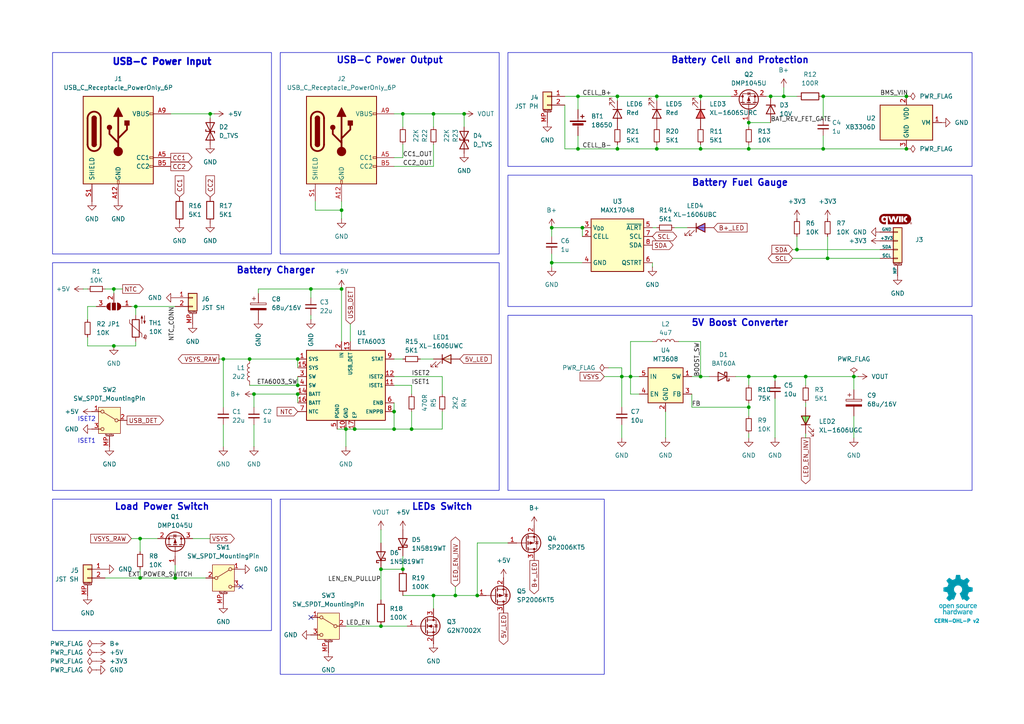
<source format=kicad_sch>
(kicad_sch (version 20250114) (generator "eeschema") (generator_version "9.0")
  (paper "A4")
  (title_block (title "5V UPS with power path management"))
  (text "CERN-OHL-P v2" (at 277.495 180.34 0) (effects (font (size 1.016 1.016) (thickness 0.4) (bold yes))))
  (text "ISET1" (at 25.146 128.016 0) (effects (font (size 1.27 1.27))))
  (text "ISET2" (at 25.146 121.666 0) (effects (font (size 1.27 1.27))))
  (text_box "5V Boost Converter" (at 147.32 91.44 0) (size 134.62 50.8) (margins 0.9525 0.9525 0.9525 0.9525) (effects (font (size 1.905 1.905) (thickness 0.381) (bold yes)) (justify top)))
  (text_box "USB-C Power Output" (at 81.28 15.24 0) (size 63.5 58.42) (margins 0.9525 0.9525 0.9525 0.9525) (effects (font (size 1.905 1.905) (thickness 0.381) (bold yes)) (justify top)))
  (text_box "Battery Fuel Gauge" (at 147.32 50.8 0) (size 134.62 38.1) (margins 0.9525 0.9525 0.9525 0.9525) (effects (font (size 1.905 1.905) (thickness 0.381) (bold yes)) (justify top)))
  (text_box "USB-C Power Input" (at 15.24 15.24 0) (size 63.5 58.42) (margins 1.4288 1.4288 1.4288 1.4288) (effects (font (size 1.905 1.905) (thickness 0.508) (bold yes)) (justify top)))
  (text_box "Battery Cell and Protection" (at 147.32 15.24 0) (size 134.62 33.02) (margins 0.9525 0.9525 0.9525 0.9525) (effects (font (size 1.905 1.905) (thickness 0.381) (bold yes)) (justify top)))
  (text_box "LEDs Switch" (at 81.28 144.78 0) (size 93.98 50.8) (margins 0.9525 0.9525 0.9525 0.9525) (effects (font (size 1.905 1.905) (thickness 0.381) (bold yes)) (justify top)))
  (text_box "Load Power Switch" (at 15.24 144.78 0) (size 63.5 38.1) (margins 0.9525 0.9525 0.9525 0.9525) (effects (font (size 1.905 1.905) (thickness 0.381) (bold yes)) (justify top)))
  (text_box "Battery Charger" (at 15.24 76.2 0) (size 129.54 66.04) (margins 0.9525 0.9525 0.9525 0.9525) (effects (font (size 1.905 1.905) (thickness 0.381) (bold yes)) (justify top)))
  (junction (at 132.08 172.72))
  (junction (at 231.14 72.39))
  (junction (at 116.84 165.1))
  (junction (at 100.33 124.46))
  (junction (at 99.06 60.96))
  (junction (at 33.02 83.82))
  (junction (at 167.64 43.18))
  (junction (at 134.62 33.02))
  (junction (at 110.49 181.61))
  (junction (at 180.34 109.22))
  (junction (at 233.68 109.22))
  (junction (at 64.77 104.14))
  (junction (at 33.02 100.33))
  (junction (at 217.17 118.11))
  (junction (at 125.73 172.72))
  (junction (at 119.38 124.46))
  (junction (at 39.37 88.9))
  (junction (at 72.39 104.14))
  (junction (at 217.17 43.18))
  (junction (at 262.89 27.94))
  (junction (at 168.91 66.04))
  (junction (at 182.88 109.22))
  (junction (at 102.87 124.46))
  (junction (at 190.5 43.18))
  (junction (at 114.3 119.38))
  (junction (at 86.36 114.3))
  (junction (at 179.07 27.94))
  (junction (at 114.3 124.46))
  (junction (at 60.96 33.02))
  (junction (at 125.73 33.02))
  (junction (at 86.36 111.76))
  (junction (at 116.84 33.02))
  (junction (at 238.76 27.94))
  (junction (at 179.07 43.18))
  (junction (at 86.36 104.14))
  (junction (at 99.06 83.82))
  (junction (at 217.17 35.56))
  (junction (at 238.76 43.18))
  (junction (at 203.2 27.94))
  (junction (at 110.49 165.1))
  (junction (at 90.17 83.82))
  (junction (at 240.03 74.93))
  (junction (at 262.89 43.18))
  (junction (at 224.79 109.22))
  (junction (at 190.5 27.94))
  (junction (at 167.64 27.94))
  (junction (at 227.33 27.94))
  (junction (at 138.43 172.72))
  (junction (at 203.2 43.18))
  (junction (at 217.17 109.22))
  (junction (at 50.8 167.64))
  (junction (at 160.02 76.2))
  (junction (at 247.65 109.22))
  (junction (at 40.64 167.64))
  (junction (at 160.02 66.04))
  (junction (at 40.64 156.21))
  (junction (at 203.2 109.22))
  (junction (at 73.66 114.3))
  (junction (at 223.52 27.94))
  (no_connect (at 90.17 179.07))
  (no_connect (at 69.85 170.18))
  (wire (pts (xy 233.68 109.22) (xy 247.65 109.22)))
  (wire (pts (xy 72.39 104.14) (xy 86.36 104.14)))
  (wire (pts (xy 180.34 106.68) (xy 180.34 109.22)))
  (wire (pts (xy 33.02 83.82) (xy 33.02 85.09)))
  (wire (pts (xy 182.88 109.22) (xy 185.42 109.22)))
  (wire (pts (xy 200.66 118.11) (xy 217.17 118.11)))
  (wire (pts (xy 114.3 109.22) (xy 128.27 109.22)))
  (wire (pts (xy 182.88 99.06) (xy 189.23 99.06)))
  (wire (pts (xy 231.14 68.58) (xy 231.14 72.39)))
  (wire (pts (xy 247.65 113.03) (xy 247.65 109.22)))
  (wire (pts (xy 73.66 114.3) (xy 86.36 114.3)))
  (wire (pts (xy 25.4 100.33) (xy 33.02 100.33)))
  (wire (pts (xy 227.33 25.4) (xy 227.33 27.94)))
  (wire (pts (xy 203.2 27.94) (xy 212.09 27.94)))
  (wire (pts (xy 128.27 124.46) (xy 119.38 124.46)))
  (wire (pts (xy 160.02 66.04) (xy 160.02 68.58)))
  (wire (pts (xy 125.73 41.91) (xy 125.73 48.26)))
  (wire (pts (xy 110.49 165.1) (xy 110.49 173.99)))
  (wire (pts (xy 99.06 83.82) (xy 99.06 99.06)))
  (wire (pts (xy 100.33 124.46) (xy 100.33 129.54)))
  (wire (pts (xy 33.02 100.33) (xy 39.37 100.33)))
  (wire (pts (xy 163.83 43.18) (xy 167.64 43.18)))
  (wire (pts (xy 64.77 104.14) (xy 72.39 104.14)))
  (wire (pts (xy 160.02 66.04) (xy 168.91 66.04)))
  (wire (pts (xy 190.5 27.94) (xy 203.2 27.94)))
  (wire (pts (xy 50.8 167.64) (xy 59.69 167.64)))
  (wire (pts (xy 134.62 33.02) (xy 134.62 36.83)))
  (wire (pts (xy 60.96 33.02) (xy 49.53 33.02)))
  (wire (pts (xy 168.91 66.04) (xy 168.91 68.58)))
  (wire (pts (xy 217.17 109.22) (xy 217.17 111.76)))
  (wire (pts (xy 63.5 104.14) (xy 64.77 104.14)))
  (wire (pts (xy 217.17 125.73) (xy 217.17 127)))
  (wire (pts (xy 90.17 91.44) (xy 90.17 92.71)))
  (wire (pts (xy 64.77 104.14) (xy 64.77 118.11)))
  (wire (pts (xy 38.1 156.21) (xy 40.64 156.21)))
  (wire (pts (xy 114.3 33.02) (xy 116.84 33.02)))
  (wire (pts (xy 203.2 109.22) (xy 205.74 109.22)))
  (wire (pts (xy 102.87 124.46) (xy 114.3 124.46)))
  (wire (pts (xy 97.79 124.46) (xy 100.33 124.46)))
  (wire (pts (xy 233.68 125.73) (xy 233.68 127)))
  (wire (pts (xy 238.76 27.94) (xy 238.76 34.29)))
  (wire (pts (xy 101.6 93.98) (xy 101.6 99.06)))
  (wire (pts (xy 40.64 167.64) (xy 50.8 167.64)))
  (wire (pts (xy 40.64 165.1) (xy 40.64 167.64)))
  (wire (pts (xy 114.3 116.84) (xy 114.3 119.38)))
  (wire (pts (xy 90.17 83.82) (xy 90.17 86.36)))
  (wire (pts (xy 116.84 33.02) (xy 116.84 36.83)))
  (wire (pts (xy 203.2 27.94) (xy 203.2 29.21)))
  (wire (pts (xy 167.64 39.37) (xy 167.64 43.18)))
  (wire (pts (xy 55.88 156.21) (xy 60.96 156.21)))
  (wire (pts (xy 110.49 165.1) (xy 116.84 165.1)))
  (wire (pts (xy 91.44 58.42) (xy 91.44 60.96)))
  (wire (pts (xy 167.64 27.94) (xy 167.64 31.75)))
  (wire (pts (xy 196.85 99.06) (xy 203.2 99.06)))
  (wire (pts (xy 128.27 109.22) (xy 128.27 114.3)))
  (wire (pts (xy 125.73 33.02) (xy 125.73 36.83)))
  (wire (pts (xy 73.66 123.19) (xy 73.66 129.54)))
  (wire (pts (xy 99.06 63.5) (xy 99.06 60.96)))
  (wire (pts (xy 203.2 41.91) (xy 203.2 43.18)))
  (wire (pts (xy 39.37 88.9) (xy 50.8 88.9)))
  (wire (pts (xy 25.4 92.71) (xy 25.4 88.9)))
  (wire (pts (xy 240.03 74.93) (xy 255.27 74.93)))
  (wire (pts (xy 185.42 114.3) (xy 182.88 114.3)))
  (wire (pts (xy 203.2 99.06) (xy 203.2 109.22)))
  (wire (pts (xy 180.34 123.19) (xy 180.34 127)))
  (wire (pts (xy 167.64 27.94) (xy 179.07 27.94)))
  (wire (pts (xy 217.17 41.91) (xy 217.17 43.18)))
  (wire (pts (xy 114.3 111.76) (xy 119.38 111.76)))
  (wire (pts (xy 119.38 111.76) (xy 119.38 114.3)))
  (wire (pts (xy 193.04 119.38) (xy 193.04 127)))
  (wire (pts (xy 160.02 76.2) (xy 168.91 76.2)))
  (wire (pts (xy 30.48 83.82) (xy 33.02 83.82)))
  (wire (pts (xy 116.84 172.72) (xy 125.73 172.72)))
  (wire (pts (xy 119.38 124.46) (xy 114.3 124.46)))
  (wire (pts (xy 167.64 43.18) (xy 179.07 43.18)))
  (wire (pts (xy 189.23 66.04) (xy 190.5 66.04)))
  (wire (pts (xy 110.49 181.61) (xy 118.11 181.61)))
  (wire (pts (xy 222.25 27.94) (xy 223.52 27.94)))
  (wire (pts (xy 217.17 35.56) (xy 223.52 35.56)))
  (wire (pts (xy 233.68 109.22) (xy 233.68 111.76)))
  (wire (pts (xy 229.87 74.93) (xy 240.03 74.93)))
  (wire (pts (xy 116.84 33.02) (xy 125.73 33.02)))
  (wire (pts (xy 227.33 27.94) (xy 231.14 27.94)))
  (wire (pts (xy 190.5 27.94) (xy 190.5 29.21)))
  (wire (pts (xy 175.26 109.22) (xy 180.34 109.22)))
  (wire (pts (xy 189.23 76.2) (xy 189.23 77.47)))
  (wire (pts (xy 217.17 118.11) (xy 217.17 120.65)))
  (wire (pts (xy 99.06 58.42) (xy 99.06 60.96)))
  (wire (pts (xy 60.96 33.02) (xy 60.96 34.29)))
  (wire (pts (xy 224.79 109.22) (xy 233.68 109.22)))
  (wire (pts (xy 217.17 116.84) (xy 217.17 118.11)))
  (wire (pts (xy 180.34 109.22) (xy 182.88 109.22)))
  (wire (pts (xy 224.79 115.57) (xy 224.79 127)))
  (wire (pts (xy 25.4 97.79) (xy 25.4 100.33)))
  (wire (pts (xy 138.43 157.48) (xy 138.43 172.72)))
  (wire (pts (xy 163.83 27.94) (xy 167.64 27.94)))
  (wire (pts (xy 50.8 167.64) (xy 50.8 163.83)))
  (wire (pts (xy 203.2 109.22) (xy 200.66 109.22)))
  (wire (pts (xy 64.77 123.19) (xy 64.77 129.54)))
  (wire (pts (xy 247.65 109.22) (xy 248.92 109.22)))
  (wire (pts (xy 163.83 30.48) (xy 163.83 43.18)))
  (wire (pts (xy 217.17 109.22) (xy 224.79 109.22)))
  (wire (pts (xy 100.33 124.46) (xy 102.87 124.46)))
  (wire (pts (xy 114.3 45.72) (xy 116.84 45.72)))
  (wire (pts (xy 25.4 88.9) (xy 27.94 88.9)))
  (wire (pts (xy 179.07 41.91) (xy 179.07 43.18)))
  (wire (pts (xy 160.02 76.2) (xy 160.02 77.47)))
  (wire (pts (xy 40.64 156.21) (xy 45.72 156.21)))
  (wire (pts (xy 238.76 39.37) (xy 238.76 43.18)))
  (wire (pts (xy 190.5 41.91) (xy 190.5 43.18)))
  (wire (pts (xy 121.92 104.14) (xy 125.73 104.14)))
  (wire (pts (xy 147.32 157.48) (xy 138.43 157.48)))
  (wire (pts (xy 190.5 43.18) (xy 203.2 43.18)))
  (wire (pts (xy 217.17 43.18) (xy 238.76 43.18)))
  (wire (pts (xy 116.84 161.29) (xy 116.84 165.1)))
  (wire (pts (xy 233.68 116.84) (xy 233.68 118.11)))
  (wire (pts (xy 179.07 27.94) (xy 190.5 27.94)))
  (wire (pts (xy 203.2 43.18) (xy 217.17 43.18)))
  (wire (pts (xy 74.93 85.09) (xy 74.93 83.82)))
  (wire (pts (xy 182.88 114.3) (xy 182.88 109.22)))
  (wire (pts (xy 182.88 99.06) (xy 182.88 109.22)))
  (wire (pts (xy 247.65 120.65) (xy 247.65 127)))
  (wire (pts (xy 110.49 153.67) (xy 110.49 157.48)))
  (wire (pts (xy 195.58 66.04) (xy 199.39 66.04)))
  (wire (pts (xy 125.73 172.72) (xy 125.73 176.53)))
  (wire (pts (xy 72.39 111.76) (xy 86.36 111.76)))
  (wire (pts (xy 176.53 106.68) (xy 180.34 106.68)))
  (wire (pts (xy 30.48 167.64) (xy 40.64 167.64)))
  (wire (pts (xy 128.27 119.38) (xy 128.27 124.46)))
  (wire (pts (xy 38.1 88.9) (xy 39.37 88.9)))
  (wire (pts (xy 179.07 43.18) (xy 190.5 43.18)))
  (wire (pts (xy 240.03 68.58) (xy 240.03 74.93)))
  (wire (pts (xy 86.36 104.14) (xy 86.36 106.68)))
  (wire (pts (xy 180.34 118.11) (xy 180.34 109.22)))
  (wire (pts (xy 179.07 27.94) (xy 179.07 29.21)))
  (wire (pts (xy 25.4 83.82) (xy 24.13 83.82)))
  (wire (pts (xy 114.3 104.14) (xy 116.84 104.14)))
  (wire (pts (xy 160.02 73.66) (xy 160.02 76.2)))
  (wire (pts (xy 238.76 43.18) (xy 262.89 43.18)))
  (wire (pts (xy 99.06 83.82) (xy 90.17 83.82)))
  (wire (pts (xy 231.14 72.39) (xy 255.27 72.39)))
  (wire (pts (xy 213.36 109.22) (xy 217.17 109.22)))
  (wire (pts (xy 40.64 156.21) (xy 40.64 160.02)))
  (wire (pts (xy 100.33 181.61) (xy 110.49 181.61)))
  (wire (pts (xy 33.02 83.82) (xy 35.56 83.82)))
  (wire (pts (xy 116.84 41.91) (xy 116.84 45.72)))
  (wire (pts (xy 62.23 33.02) (xy 60.96 33.02)))
  (wire (pts (xy 119.38 119.38) (xy 119.38 124.46)))
  (wire (pts (xy 229.87 72.39) (xy 231.14 72.39)))
  (wire (pts (xy 74.93 83.82) (xy 90.17 83.82)))
  (wire (pts (xy 132.08 170.18) (xy 132.08 172.72)))
  (wire (pts (xy 39.37 100.33) (xy 39.37 99.06)))
  (wire (pts (xy 200.66 114.3) (xy 200.66 118.11)))
  (wire (pts (xy 114.3 119.38) (xy 114.3 124.46)))
  (wire (pts (xy 132.08 172.72) (xy 138.43 172.72)))
  (wire (pts (xy 125.73 172.72) (xy 132.08 172.72)))
  (wire (pts (xy 86.36 111.76) (xy 86.36 109.22)))
  (wire (pts (xy 217.17 36.83) (xy 217.17 35.56)))
  (wire (pts (xy 86.36 114.3) (xy 86.36 116.84)))
  (wire (pts (xy 73.66 118.11) (xy 73.66 114.3)))
  (wire (pts (xy 125.73 33.02) (xy 134.62 33.02)))
  (wire (pts (xy 224.79 110.49) (xy 224.79 109.22)))
  (wire (pts (xy 39.37 88.9) (xy 39.37 91.44)))
  (wire (pts (xy 114.3 48.26) (xy 125.73 48.26)))
  (wire (pts (xy 91.44 60.96) (xy 99.06 60.96)))
  (wire (pts (xy 238.76 27.94) (xy 262.89 27.94)))
  (wire (pts (xy 227.33 27.94) (xy 223.52 27.94)))
  (image (at 277.876 172.466) (scale 0.1691))
  (label "ETA6003_SW" (at 86.36 111.76 180))
  (label "ISET1" (at 119.38 111.76 0))
  (label "LED_EN" (at 100.33 181.61 0))
  (label "CC2_OUT" (at 116.84 48.26 0))
  (label "CC1_OUT" (at 116.84 45.72 0))
  (label "BOOST_SW" (at 203.2 109.22 90))
  (label "FB" (at 203.2 118.11 180))
  (label "NTC_CONN" (at 50.8 88.9 270))
  (label "CELL_B-" (at 168.91 43.18 0))
  (label "BAT_REV_FET_GATE" (at 223.52 35.56 0))
  (label "BMS_VIN" (at 255.27 27.94 0))
  (label "ISET2" (at 119.38 109.22 0))
  (label "CELL_B+" (at 168.91 27.94 0))
  (label "EXT_POWER_SWITCH" (at 55.88 167.64 180))
  (label "LEN_EN_PULLUP" (at 110.49 168.91 180))
  (global_label "SDA" (shape output) (at 189.23 71.12 0) (property "Intersheetrefs" "${INTERSHEET_REFS}" (effects (hide yes))))
  (global_label "NTC" (shape output) (at 35.56 83.82 0) (property "Intersheetrefs" "${INTERSHEET_REFS}" (effects (hide yes))))
  (global_label "NTC" (shape input) (at 86.36 119.38 180) (property "Intersheetrefs" "${INTERSHEET_REFS}" (effects (hide yes))))
  (global_label "SDA" (shape input) (at 229.87 72.39 180) (property "Intersheetrefs" "${INTERSHEET_REFS}" (effects (hide yes))))
  (global_label "CC1" (shape input) (at 52.07 57.15 90) (property "Intersheetrefs" "${INTERSHEET_REFS}" (effects (hide yes))))
  (global_label "B+_LED" (shape output) (at 154.94 162.56 270) (property "Intersheetrefs" "${INTERSHEET_REFS}" (effects (hide yes))))
  (global_label "CC1" (shape output) (at 49.53 45.72 0) (property "Intersheetrefs" "${INTERSHEET_REFS}" (effects (hide yes))))
  (global_label "LED_EN_INV" (shape bidirectional) (at 132.08 170.18 90) (property "Intersheetrefs" "${INTERSHEET_REFS}" (effects (hide yes))))
  (global_label "CC2" (shape output) (at 49.53 48.26 0) (property "Intersheetrefs" "${INTERSHEET_REFS}" (effects (hide yes))))
  (global_label "USB_DET" (shape output) (at 36.83 121.92 0) (property "Intersheetrefs" "${INTERSHEET_REFS}" (effects (hide yes))))
  (global_label "VSYS" (shape output) (at 60.96 156.21 0) (property "Intersheetrefs" "${INTERSHEET_REFS}" (effects (hide yes))))
  (global_label "CC2" (shape input) (at 60.96 57.15 90) (property "Intersheetrefs" "${INTERSHEET_REFS}" (effects (hide yes))))
  (global_label "5V_LED" (shape input) (at 133.35 104.14 0) (property "Intersheetrefs" "${INTERSHEET_REFS}" (effects (hide yes))))
  (global_label "USB_DET" (shape input) (at 101.6 93.98 90) (property "Intersheetrefs" "${INTERSHEET_REFS}" (effects (hide yes))))
  (global_label "5V_LED" (shape output) (at 146.05 177.8 270) (property "Intersheetrefs" "${INTERSHEET_REFS}" (effects (hide yes))))
  (global_label "LED_EN_INV" (shape output) (at 233.68 127 270) (property "Intersheetrefs" "${INTERSHEET_REFS}" (effects (hide yes))))
  (global_label "B+_LED" (shape input) (at 207.01 66.04 0) (property "Intersheetrefs" "${INTERSHEET_REFS}" (effects (hide yes))))
  (global_label "VSYS" (shape input) (at 175.26 109.22 180) (property "Intersheetrefs" "${INTERSHEET_REFS}" (effects (hide yes))))
  (global_label "SCL" (shape bidirectional) (at 229.87 74.93 180) (property "Intersheetrefs" "${INTERSHEET_REFS}" (effects (hide yes))))
  (global_label "SCL" (shape bidirectional) (at 189.23 68.58 0) (property "Intersheetrefs" "${INTERSHEET_REFS}" (effects (hide yes))))
  (global_label "VSYS_RAW" (shape output) (at 63.5 104.14 180) (property "Intersheetrefs" "${INTERSHEET_REFS}" (effects (hide yes))))
  (global_label "VSYS_RAW" (shape input) (at 38.1 156.21 180) (property "Intersheetrefs" "${INTERSHEET_REFS}" (effects (hide yes))))
  (symbol (lib_id "electromechanical:SW_SPDT_MountingPin") (at 64.77 167.64 0) (unit 1)
    (property "Reference" "SW1" (at 64.77 158.75 0))
    (property "Value" "SW_SPDT_MountingPin" (at 64.77 161.29 0))
    (property "Footprint" "electromechanical:SW_SPDT_PCM12" (effects (hide yes)))
    (property "Description" "Switch, single pole double throw, with mounting pin" (effects (hide yes)))
    (property "LCSC Part" "C319020" (effects (hide yes)))
  )
  (symbol (lib_id "Device:R_Small") (at 217.17 123.19 0) (unit 1)
    (property "Reference" "R9" (at 219.71 121.9199 0) (effects (justify left)))
    (property "Value" "10K" (at 219.71 124.4599 0) (effects (justify left)))
    (property "Footprint" "Resistor_SMD:R_0603_1608Metric" (effects (hide yes)))
    (property "Description" "Resistor, small symbol" (effects (hide yes)))
    (property "LCSC Part" "C25804" (effects (hide yes)))
  )
  (symbol (lib_id "Device:L") (at 72.39 107.95 0) (mirror y) (unit 1)
    (property "Reference" "L1" (at 71.12 106.6799 0) (effects (justify left)))
    (property "Value" "2u2" (at 71.12 109.2199 0) (effects (justify left)))
    (property "Footprint" "discrete:L_1008_2520Metric" (effects (hide yes)))
    (property "Description" "Inductor" (effects (hide yes)))
    (property "LCSC Part" "C5832372" (effects (hide yes)))
  )
  (symbol (lib_id "discrete:SP2006KT5") (at 152.4 157.48 0) (mirror x) (unit 1)
    (property "Reference" "Q4" (at 158.75 156.2099 0) (effects (justify left)))
    (property "Value" "SP2006KT5" (at 158.75 158.7499 0) (effects (justify left)))
    (property "Footprint" "package:SOT-523" (effects (hide yes)))
    (property "Datasheet" "https://www.lcsc.com/datasheet/lcsc_datasheet_2411212332_Siliup-SP2006KT5_C41355141.pdf" (effects (hide yes)))
    (property "Description" "-0.66A Id, -20V Vds, P-Channel MOSFET, SOT-563" (effects (hide yes)))
    (property "LCSC Part" "C41355141" (effects (hide yes)))
  )
  (symbol (lib_id "power:GND") (at 260.35 80.01 0) (unit 1)
    (property "Reference" "#PWR032" (effects (hide yes)))
    (property "Value" "GND" (at 260.35 85.09 0))
    (property "Description" "Power symbol creates a global label with name \"GND\" , ground" (effects (hide yes)))
  )
  (symbol (lib_id "power:GND") (at 180.34 127 0) (unit 1)
    (property "Reference" "#PWR016" (effects (hide yes)))
    (property "Value" "GND" (at 180.34 132.08 0))
    (property "Description" "Power symbol creates a global label with name \"GND\" , ground" (effects (hide yes)))
  )
  (symbol (lib_id "power:GND") (at 33.02 100.33 0) (unit 1)
    (property "Reference" "#PWR06" (effects (hide yes)))
    (property "Value" "GND" (at 33.02 105.41 0))
    (property "Description" "Power symbol creates a global label with name \"GND\" , ground" (effects (hide yes)))
  )
  (symbol (lib_id "Device:R_Small") (at 119.38 104.14 90) (unit 1)
    (property "Reference" "R15" (at 119.38 99.06 90))
    (property "Value" "5K1" (at 119.38 101.6 90))
    (property "Footprint" "Resistor_SMD:R_0603_1608Metric" (effects (hide yes)))
    (property "Description" "Resistor, small symbol" (effects (hide yes)))
    (property "LCSC Part" "C25905" (effects (hide yes)))
  )
  (symbol (lib_id "Device:C_Small") (at 64.77 120.65 0) (unit 1)
    (property "Reference" "C1" (at 67.31 119.3862 0) (effects (justify left)))
    (property "Value" "22u" (at 67.31 121.9262 0) (effects (justify left)))
    (property "Footprint" "discrete:C_0603_1608Metric" (effects (hide yes)))
    (property "Description" "Unpolarized capacitor, small symbol" (effects (hide yes)))
    (property "LCSC Part" "C86295" (effects (hide yes)))
  )
  (symbol (lib_id "Device:R_Small") (at 193.04 66.04 270) (unit 1)
    (property "Reference" "R14" (at 193.04 60.96 90))
    (property "Value" "5K1" (at 193.04 63.5 90))
    (property "Footprint" "Resistor_SMD:R_0603_1608Metric" (effects (hide yes)))
    (property "Description" "Resistor, small symbol" (effects (hide yes)))
    (property "LCSC Part" "C25905" (effects (hide yes)))
  )
  (symbol (lib_id "Device:C_Small") (at 180.34 120.65 0) (unit 1)
    (property "Reference" "C7" (at 182.88 119.3862 0) (effects (justify left)))
    (property "Value" "10u" (at 182.88 121.9262 0) (effects (justify left)))
    (property "Footprint" "discrete:C_0603_1608Metric" (effects (hide yes)))
    (property "Description" "Unpolarized capacitor, small symbol" (effects (hide yes)))
    (property "LCSC Part" "C22367825" (effects (hide yes)))
  )
  (symbol (lib_id "Device:C_Small") (at 90.17 88.9 0) (unit 1)
    (property "Reference" "C3" (at 92.71 87.6362 0) (effects (justify left)))
    (property "Value" "22u" (at 92.71 90.1762 0) (effects (justify left)))
    (property "Footprint" "discrete:C_0805_2012Metric" (effects (hide yes)))
    (property "Description" "Unpolarized capacitor, small symbol" (effects (hide yes)))
    (property "LCSC Part" "C602037" (effects (hide yes)))
  )
  (symbol (lib_id "power:PWR_FLAG") (at 262.89 43.18 270) (mirror x) (unit 1)
    (property "Reference" "#FLG04" (effects (hide yes)))
    (property "Value" "PWR_FLAG" (at 266.7 43.1799 90) (effects (justify left)))
    (property "Description" "Special symbol for telling ERC where power comes from" (effects (hide yes)))
  )
  (symbol (lib_id "power:+5V") (at 248.92 109.22 270) (unit 1)
    (property "Reference" "#PWR024" (effects (hide yes)))
    (property "Value" "VOUT" (at 252.73 109.2199 90) (effects (justify left)))
    (property "Description" "Power symbol creates a global label with name \"+5V\"" (effects (hide yes)))
  )
  (symbol (lib_id "power:GND") (at 95.25 189.23 0) (mirror y) (unit 1)
    (property "Reference" "#PWR049" (effects (hide yes)))
    (property "Value" "GND" (at 95.25 194.31 0))
    (property "Description" "Power symbol creates a global label with name \"GND\" , ground" (effects (hide yes)))
  )
  (symbol (lib_id "Device:R") (at 116.84 168.91 0) (unit 1)
    (property "Reference" "R19" (at 119.38 167.6399 0) (effects (justify left)))
    (property "Value" "100K" (at 119.38 170.1799 0) (effects (justify left)))
    (property "Footprint" "Resistor_SMD:R_0603_1608Metric" (effects (hide yes)))
    (property "Description" "Resistor" (effects (hide yes)))
    (property "LCSC Part" "C25803" (effects (hide yes)))
  )
  (symbol (lib_id "Device:R_Small") (at 190.5 39.37 0) (unit 1)
    (property "Reference" "R20" (at 193.04 38.0999 0) (effects (justify left)))
    (property "Value" "5K1" (at 193.04 40.6399 0) (effects (justify left)))
    (property "Footprint" "Resistor_SMD:R_0603_1608Metric" (effects (hide yes)))
    (property "Description" "Resistor, small symbol" (effects (hide yes)))
    (property "LCSC Part" "C25905" (effects (hide yes)))
  )
  (symbol (lib_id "power:GND") (at 30.48 165.1 90) (mirror x) (unit 1)
    (property "Reference" "#PWR040" (effects (hide yes)))
    (property "Value" "GND" (at 34.29 165.0999 90) (effects (justify right)))
    (property "Description" "Power symbol creates a global label with name \"GND\" , ground" (effects (hide yes)))
  )
  (symbol (lib_id "power:VCC") (at 116.84 153.67 0) (unit 1)
    (property "Reference" "#PWR059" (effects (hide yes)))
    (property "Value" "+5V" (at 116.84 148.59 0))
    (property "Description" "Power symbol creates a global label with name \"VCC\"" (effects (hide yes)))
  )
  (symbol (lib_id "Device:R_Small") (at 116.84 39.37 0) (mirror y) (unit 1)
    (property "Reference" "R22" (at 123.19 39.37 90))
    (property "Value" "22K" (at 120.65 39.37 90))
    (property "Footprint" "Resistor_SMD:R_0603_1608Metric" (effects (hide yes)))
    (property "Description" "Resistor, small symbol" (effects (hide yes)))
    (property "LCSC Part" "C31850" (effects (hide yes)))
  )
  (symbol (lib_id "Connector_Generic_MountingPin:Conn_01x02_MountingPin") (at 55.88 86.36 0) (unit 1)
    (property "Reference" "J6" (at 58.42 86.7155 0) (effects (justify left)))
    (property "Value" "JST SH" (at 58.42 89.2555 0) (effects (justify left)))
    (property "Footprint" "connector:JST_SH_SM02B-SRSS-TB_1x02-1MP_P1.00mm_Horizontal" (effects (hide yes)))
    (property "Description" "Generic connectable mounting pin connector, single row, 01x02, script generated (kicad-library-utils/schlib/autogen/connector/)" (effects (hide yes)))
    (property "LCSC Part" "C7433423" (effects (hide yes)))
  )
  (symbol (lib_id "power:GND") (at 255.27 67.31 270) (unit 1)
    (property "Reference" "#PWR030" (effects (hide yes)))
    (property "Value" "GND" (at 251.46 67.3099 90) (effects (justify right)))
    (property "Description" "Power symbol creates a global label with name \"GND\" , ground" (effects (hide yes)))
  )
  (symbol (lib_id "power:+5V") (at 110.49 153.67 0) (unit 1)
    (property "Reference" "#PWR027" (effects (hide yes)))
    (property "Value" "VOUT" (at 110.49 148.59 0))
    (property "Description" "Power symbol creates a global label with name \"+5V\"" (effects (hide yes)))
  )
  (symbol (lib_id "Device:D_TVS") (at 60.96 38.1 90) (unit 1)
    (property "Reference" "D2" (at 63.5 36.8299 90) (effects (justify right)))
    (property "Value" "D_TVS" (at 63.5 39.3699 90) (effects (justify right)))
    (property "Footprint" "Diode_SMD:D_SOD-882" (effects (hide yes)))
    (property "Datasheet" "https://www.lcsc.com/datasheet/lcsc_datasheet_2410121943_Nexperia-PESD5V0F1BL-315_C45961.pdf" (effects (hide yes)))
    (property "Description" "Bidirectional transient-voltage-suppression diode" (effects (hide yes)))
    (property "LCSC Part" "C45961" (effects (hide yes)))
  )
  (symbol (lib_id "Device:R_Small") (at 240.03 66.04 0) (unit 1)
    (property "Reference" "R7" (at 242.57 64.7699 0) (effects (justify left)))
    (property "Value" "10K" (at 242.57 67.3099 0) (effects (justify left)))
    (property "Footprint" "Resistor_SMD:R_0603_1608Metric" (effects (hide yes)))
    (property "Description" "Resistor, small symbol" (effects (hide yes)))
    (property "LCSC Part" "C25804" (effects (hide yes)))
  )
  (symbol (lib_id "power:GND") (at 31.75 129.54 0) (mirror y) (unit 1)
    (property "Reference" "#PWR019" (effects (hide yes)))
    (property "Value" "GND" (at 31.75 134.62 0))
    (property "Description" "Power symbol creates a global label with name \"GND\" , ground" (effects (hide yes)))
  )
  (symbol (lib_id "Device:C_Polarized") (at 74.93 88.9 0) (unit 1)
    (property "Reference" "C8" (at 78.74 86.7409 0) (effects (justify left)))
    (property "Value" "68u/16V" (at 78.74 89.2809 0) (effects (justify left)))
    (property "Footprint" "Capacitor_THT:CP_Radial_D6.3mm_P2.50mm" (effects (hide yes)))
    (property "Description" "Polarized capacitor" (effects (hide yes)))
    (property "LCSC Part" "C2976197" (effects (hide yes)))
  )
  (symbol (lib_id "Device:LED") (at 190.5 33.02 270) (unit 1)
    (property "Reference" "LED5" (at 193.04 30.1624 90) (effects (justify left)))
    (property "Value" "Red" (at 193.04 32.7024 90) (effects (justify left)))
    (property "Footprint" "discrete:LED_0603_1608Metric" (effects (hide yes)))
    (property "Description" "Light emitting diode" (effects (hide yes)))
    (property "Sim.Pins" "1=K 2=A" (effects (hide yes)))
    (property "LCSC Part" "C7371906" (effects (hide yes)))
  )
  (symbol (lib_id "Device:R_Small") (at 203.2 39.37 0) (unit 1)
    (property "Reference" "R11" (at 205.74 38.0999 0) (effects (justify left)))
    (property "Value" "5K1" (at 205.74 40.6399 0) (effects (justify left)))
    (property "Footprint" "Resistor_SMD:R_0603_1608Metric" (effects (hide yes)))
    (property "Description" "Resistor, small symbol" (effects (hide yes)))
    (property "LCSC Part" "C25905" (effects (hide yes)))
  )
  (symbol (lib_id "power:GND") (at 50.8 86.36 270) (unit 1)
    (property "Reference" "#PWR041" (effects (hide yes)))
    (property "Value" "GND" (at 46.99 86.3599 90) (effects (justify right)))
    (property "Description" "Power symbol creates a global label with name \"GND\" , ground" (effects (hide yes)))
  )
  (symbol (lib_id "Device:R") (at 234.95 27.94 270) (mirror x) (unit 1)
    (property "Reference" "R12" (at 234.95 21.59 90))
    (property "Value" "100R" (at 234.95 24.13 90))
    (property "Footprint" "Resistor_SMD:R_0603_1608Metric" (effects (hide yes)))
    (property "Description" "Resistor" (effects (hide yes)))
    (property "LCSC Part" "C25076" (effects (hide yes)))
  )
  (symbol (lib_id "Device:C_Polarized") (at 247.65 116.84 0) (unit 1)
    (property "Reference" "C9" (at 251.46 114.6809 0) (effects (justify left)))
    (property "Value" "68u/16V" (at 251.46 117.2209 0) (effects (justify left)))
    (property "Footprint" "Capacitor_THT:CP_Radial_D6.3mm_P2.50mm" (effects (hide yes)))
    (property "Description" "Polarized capacitor" (effects (hide yes)))
    (property "LCSC Part" "C2976197" (effects (hide yes)))
  )
  (symbol (lib_id "Device:R_Small") (at 217.17 39.37 0) (unit 1)
    (property "Reference" "R13" (at 219.71 38.0999 0) (effects (justify left)))
    (property "Value" "10K" (at 219.71 40.6399 0) (effects (justify left)))
    (property "Footprint" "Resistor_SMD:R_0603_1608Metric" (effects (hide yes)))
    (property "Description" "Resistor, small symbol" (effects (hide yes)))
    (property "LCSC Part" "C25804" (effects (hide yes)))
  )
  (symbol (lib_id "connector:USB_C_Receptacle_PowerOnly_6P_DEALON_009") (at 34.29 40.64 0) (unit 1)
    (property "Reference" "J1" (at 34.29 22.86 0))
    (property "Value" "USB_C_Receptacle_PowerOnly_6P" (at 34.29 25.4 0))
    (property "Footprint" "connector:USB_C_Receptacle_GCT_USB4125-xx-x_6P_TopMnt_Horizontal_HandSolder" (effects (hide yes)))
    (property "Datasheet" "https://www.lcsc.com/datasheet/lcsc_datasheet_2410010031_DEALON-USB-TYPE-C-009_C2927029.pdf" (effects (hide yes)))
    (property "Description" "USB Power-Only 6P Type-C Receptacle connector, 5 amps" (effects (hide yes)))
    (property "LCSC Part" "C2927029" (effects (hide yes)))
  )
  (symbol (lib_id "power:GND") (at 100.33 129.54 0) (unit 1)
    (property "Reference" "#PWR013" (effects (hide yes)))
    (property "Value" "GND" (at 100.33 134.62 0))
    (property "Description" "Power symbol creates a global label with name \"GND\" , ground" (effects (hide yes)))
  )
  (symbol (lib_id "power:VCC") (at 146.05 167.64 0) (unit 1)
    (property "Reference" "#PWR058" (effects (hide yes)))
    (property "Value" "+5V" (at 146.05 162.56 0))
    (property "Description" "Power symbol creates a global label with name \"VCC\"" (effects (hide yes)))
  )
  (symbol (lib_id "ic:MAX17048") (at 179.07 71.12 0) (unit 1)
    (property "Reference" "U3" (at 179.07 58.42 0))
    (property "Value" "MAX17048" (at 179.07 60.96 0))
    (property "Footprint" "package:TDFN-8-1EP_2x2mm_P0.5mm_EP0.8x1.2mm" (effects (hide yes)))
    (property "Datasheet" "https://www.analog.com/media/en/technical-documentation/data-sheets/MAX17048-MAX17049.pdf" (effects (hide yes)))
    (property "Description" "3μA 1-Cell Fuel Gauge with ModelGauge, TDFN-8-2x2" (effects (hide yes)))
    (property "LCSC Part" "C2682616" (effects (hide yes)))
  )
  (symbol (lib_id "power:GND") (at 189.23 77.47 0) (unit 1)
    (property "Reference" "#PWR034" (effects (hide yes)))
    (property "Value" "GND" (at 189.23 82.55 0))
    (property "Description" "Power symbol creates a global label with name \"GND\" , ground" (effects (hide yes)))
  )
  (symbol (lib_id "connector:Qwiic") (at 260.35 69.85 0) (unit 1)
    (property "Reference" "J3" (at 265.43 69.5393 0) (effects (justify left)))
    (property "Value" "Qwiic" (effects (hide yes)))
    (property "Footprint" "connector:Qwiic-SMD-horizontal-logo" (effects (hide yes)))
    (property "Datasheet" "https://www.sparkfun.com/qwiic" (effects (hide yes)))
    (property "Description" "Qwiic connector, JST SH 1.0mm 1x04" (effects (hide yes)))
    (property "LCSC Part" "C19270571" (effects (hide yes)))
  )
  (symbol (lib_id "Device:R_Small") (at 125.73 39.37 0) (mirror y) (unit 1)
    (property "Reference" "R23" (at 132.08 39.37 90))
    (property "Value" "22K" (at 129.54 39.37 90))
    (property "Footprint" "Resistor_SMD:R_0603_1608Metric" (effects (hide yes)))
    (property "Description" "Resistor, small symbol" (effects (hide yes)))
    (property "LCSC Part" "C31850" (effects (hide yes)))
  )
  (symbol (lib_id "discrete:G2N7002X") (at 123.19 181.61 0) (unit 1)
    (property "Reference" "Q3" (at 129.54 180.3399 0) (effects (justify left)))
    (property "Value" "G2N7002X" (at 129.54 182.8799 0) (effects (justify left)))
    (property "Footprint" "package:SOT-523" (effects (hide yes)))
    (property "Datasheet" "https://www.lcsc.com/datasheet/lcsc_datasheet_2410121447_GOFORD-G2N7002X_C5258971.pdf" (effects (hide yes)))
    (property "Description" "0.340A Id, 60V Vds, N-Channel MOSFET, SOT-523" (effects (hide yes)))
    (property "LCSC Part" "C5258971" (effects (hide yes)))
  )
  (symbol (lib_id "discrete:XL-1606UBC") (at 203.2 66.04 0) (unit 1)
    (property "Reference" "LED4" (at 201.6125 59.69 0))
    (property "Value" "XL-1606UBC" (at 201.6125 62.23 0))
    (property "Footprint" "discrete:LED_SideEmitter_1.7x1.1mm" (effects (hide yes)))
    (property "Datasheet" "https://www.lcsc.com/datasheet/lcsc_datasheet_2402181506_XINGLIGHT-XL-1606UBC_C965865.pdf" (effects (hide yes)))
    (property "Description" "Light emitting diode, Blue, Side-Emitter package" (effects (hide yes)))
    (property "LCSC Part" "C965865" (effects (hide yes)))
  )
  (symbol (lib_id "power:GND") (at 160.02 77.47 0) (unit 1)
    (property "Reference" "#PWR026" (effects (hide yes)))
    (property "Value" "GND" (at 160.02 82.55 0))
    (property "Description" "Power symbol creates a global label with name \"GND\" , ground" (effects (hide yes)))
  )
  (symbol (lib_id "Device:C_Small") (at 238.76 36.83 0) (unit 1)
    (property "Reference" "C4" (at 241.3 35.5662 0) (effects (justify left)))
    (property "Value" "1u" (at 241.3 38.1062 0) (effects (justify left)))
    (property "Footprint" "discrete:C_0603_1608Metric" (effects (hide yes)))
    (property "Description" "Unpolarized capacitor, small symbol" (effects (hide yes)))
    (property "LCSC Part" "C5199872" (effects (hide yes)))
  )
  (symbol (lib_id "Connector:USB_C_Receptacle_PowerOnly_6P") (at 99.06 40.64 0) (unit 1)
    (property "Reference" "J2" (at 99.06 22.86 0))
    (property "Value" "USB_C_Receptacle_PowerOnly_6P" (at 99.06 25.4 0))
    (property "Footprint" "connector:USB_C_Receptacle_GCT_USB4125-xx-x_6P_TopMnt_Horizontal_HandSolder" (effects (hide yes)))
    (property "Datasheet" "https://www.usb.org/sites/default/files/documents/usb_type-c.zip" (effects (hide yes)))
    (property "Description" "USB Power-Only 6P Type-C Receptacle connector" (effects (hide yes)))
    (property "LCSC Part" "C2927029" (effects (hide yes)))
  )
  (symbol (lib_id "Device:C_Small") (at 73.66 120.65 0) (unit 1)
    (property "Reference" "C2" (at 76.2 119.3862 0) (effects (justify left)))
    (property "Value" "1u" (at 76.2 121.9262 0) (effects (justify left)))
    (property "Footprint" "discrete:C_0603_1608Metric" (effects (hide yes)))
    (property "Description" "Unpolarized capacitor, small symbol" (effects (hide yes)))
    (property "LCSC Part" "C5199872" (effects (hide yes)))
  )
  (symbol (lib_id "power:VCC") (at 99.06 83.82 0) (unit 1)
    (property "Reference" "#PWR046" (effects (hide yes)))
    (property "Value" "+5V" (at 99.06 78.74 0))
    (property "Description" "Power symbol creates a global label with name \"VCC\"" (effects (hide yes)))
  )
  (symbol (lib_id "power:GND") (at 90.17 92.71 0) (unit 1)
    (property "Reference" "#PWR012" (effects (hide yes)))
    (property "Value" "GND" (at 90.1699 96.52 90) (effects (justify right)))
    (property "Description" "Power symbol creates a global label with name \"GND\" , ground" (effects (hide yes)))
  )
  (symbol (lib_id "power:PWR_FLAG") (at 27.94 186.69 90) (unit 1)
    (property "Reference" "#FLG010" (effects (hide yes)))
    (property "Value" "PWR_FLAG" (at 24.13 186.6899 90) (effects (justify left)))
    (property "Description" "Special symbol for telling ERC where power comes from" (effects (hide yes)))
  )
  (symbol (lib_id "power:GND") (at 74.93 92.71 0) (unit 1)
    (property "Reference" "#PWR050" (effects (hide yes)))
    (property "Value" "GND" (at 74.9299 96.52 90) (effects (justify right)))
    (property "Description" "Power symbol creates a global label with name \"GND\" , ground" (effects (hide yes)))
  )
  (symbol (lib_id "power:GND") (at 27.94 194.31 90) (unit 1)
    (property "Reference" "#PWR02" (effects (hide yes)))
    (property "Value" "GND" (at 31.75 194.3099 90) (effects (justify right)))
    (property "Description" "Power symbol creates a global label with name \"GND\" , ground" (effects (hide yes)))
  )
  (symbol (lib_id "power:GND") (at 26.67 124.46 270) (mirror x) (unit 1)
    (property "Reference" "#PWR021" (effects (hide yes)))
    (property "Value" "GND" (at 22.86 124.4599 90) (effects (justify right)))
    (property "Description" "Power symbol creates a global label with name \"GND\" , ground" (effects (hide yes)))
  )
  (symbol (lib_id "Device:R_Small") (at 40.64 162.56 0) (unit 1)
    (property "Reference" "R8" (at 43.18 161.2899 0) (effects (justify left)))
    (property "Value" "10K" (at 43.18 163.8299 0) (effects (justify left)))
    (property "Footprint" "Resistor_SMD:R_0603_1608Metric" (effects (hide yes)))
    (property "Description" "Resistor, small symbol" (effects (hide yes)))
    (property "LCSC Part" "C25804" (effects (hide yes)))
  )
  (symbol (lib_id "power:PWR_FLAG") (at 262.89 27.94 270) (mirror x) (unit 1)
    (property "Reference" "#FLG05" (effects (hide yes)))
    (property "Value" "PWR_FLAG" (at 266.7 27.9399 90) (effects (justify left)))
    (property "Description" "Special symbol for telling ERC where power comes from" (effects (hide yes)))
  )
  (symbol (lib_id "Device:R_Small") (at 231.14 66.04 0) (unit 1)
    (property "Reference" "R6" (at 233.68 64.7699 0) (effects (justify left)))
    (property "Value" "10K" (at 233.68 67.3099 0) (effects (justify left)))
    (property "Footprint" "Resistor_SMD:R_0603_1608Metric" (effects (hide yes)))
    (property "Description" "Resistor, small symbol" (effects (hide yes)))
    (property "LCSC Part" "C25804" (effects (hide yes)))
  )
  (symbol (lib_id "power:VCC") (at 160.02 66.04 0) (unit 1)
    (property "Reference" "#PWR025" (effects (hide yes)))
    (property "Value" "B+" (at 160.02 60.96 0))
    (property "Description" "Power symbol creates a global label with name \"VCC\"" (effects (hide yes)))
  )
  (symbol (lib_id "Device:R_Small") (at 217.17 114.3 0) (unit 1)
    (property "Reference" "R10" (at 219.71 113.0299 0) (effects (justify left)))
    (property "Value" "75K" (at 219.71 115.5699 0) (effects (justify left)))
    (property "Footprint" "Resistor_SMD:R_0603_1608Metric" (effects (hide yes)))
    (property "Description" "Resistor, small symbol" (effects (hide yes)))
    (property "LCSC Part" "C23242" (effects (hide yes)))
  )
  (symbol (lib_id "Connector_Generic_MountingPin:Conn_01x02_MountingPin") (at 25.4 165.1 0) (mirror y) (unit 1)
    (property "Reference" "J5" (at 22.86 165.4555 0) (effects (justify left)))
    (property "Value" "JST SH" (at 22.86 167.9955 0) (effects (justify left)))
    (property "Footprint" "connector:JST_SH_SM02B-SRSS-TB_1x02-1MP_P1.00mm_Horizontal" (effects (hide yes)))
    (property "Description" "Generic connectable mounting pin connector, single row, 01x02, script generated (kicad-library-utils/schlib/autogen/connector/)" (effects (hide yes)))
    (property "LCSC Part" "C7433423" (effects (hide yes)))
  )
  (symbol (lib_id "discrete:SP2006KT5") (at 143.51 172.72 0) (mirror x) (unit 1)
    (property "Reference" "Q5" (at 149.86 171.4499 0) (effects (justify left)))
    (property "Value" "SP2006KT5" (at 149.86 173.9899 0) (effects (justify left)))
    (property "Footprint" "package:SOT-523" (effects (hide yes)))
    (property "Datasheet" "https://www.lcsc.com/datasheet/lcsc_datasheet_2411212332_Siliup-SP2006KT5_C41355141.pdf" (effects (hide yes)))
    (property "Description" "-0.66A Id, -20V Vds, P-Channel MOSFET, SOT-563" (effects (hide yes)))
    (property "LCSC Part" "C41355141" (effects (hide yes)))
  )
  (symbol (lib_id "power:GND") (at 125.73 186.69 0) (unit 1)
    (property "Reference" "#PWR054" (effects (hide yes)))
    (property "Value" "GND" (at 125.73 191.77 0))
    (property "Description" "Power symbol creates a global label with name \"GND\" , ground" (effects (hide yes)))
  )
  (symbol (lib_id "power:GND") (at 247.65 127 0) (unit 1)
    (property "Reference" "#PWR053" (effects (hide yes)))
    (property "Value" "GND" (at 247.65 132.08 0))
    (property "Description" "Power symbol creates a global label with name \"GND\" , ground" (effects (hide yes)))
  )
  (symbol (lib_id "Device:R") (at 110.49 177.8 0) (unit 1)
    (property "Reference" "R18" (at 113.03 176.5299 0) (effects (justify left)))
    (property "Value" "100K" (at 113.03 179.0699 0) (effects (justify left)))
    (property "Footprint" "Resistor_SMD:R_0603_1608Metric" (effects (hide yes)))
    (property "Description" "Resistor" (effects (hide yes)))
    (property "LCSC Part" "C25803" (effects (hide yes)))
  )
  (symbol (lib_id "power:VCC") (at 27.94 189.23 270) (unit 1)
    (property "Reference" "#PWR03" (effects (hide yes)))
    (property "Value" "+5V" (at 31.75 189.2299 90) (effects (justify left)))
    (property "Description" "Power symbol creates a global label with name \"VCC\"" (effects (hide yes)))
  )
  (symbol (lib_id "Device:Battery_Cell") (at 167.64 36.83 0) (unit 1)
    (property "Reference" "BT1" (at 171.45 33.7184 0) (effects (justify left)))
    (property "Value" "18650" (at 171.45 36.2584 0) (effects (justify left)))
    (property "Footprint" "connector:BatteryHolder_1x18650_THT" (effects (hide yes)))
    (property "Description" "Single-cell battery" (effects (hide yes)))
  )
  (symbol (lib_id "Device:R_Small") (at 27.94 83.82 90) (unit 1)
    (property "Reference" "R1" (at 27.94 78.74 90))
    (property "Value" "10K" (at 27.94 81.28 90))
    (property "Footprint" "Resistor_SMD:R_0603_1608Metric" (effects (hide yes)))
    (property "Description" "Resistor, small symbol" (effects (hide yes)))
    (property "LCSC Part" "C25804" (effects (hide yes)))
  )
  (symbol (lib_id "power:GND") (at 64.77 129.54 0) (unit 1)
    (property "Reference" "#PWR01" (effects (hide yes)))
    (property "Value" "GND" (at 64.77 134.62 0))
    (property "Description" "Power symbol creates a global label with name \"GND\" , ground" (effects (hide yes)))
  )
  (symbol (lib_id "power:VCC") (at 27.94 191.77 270) (unit 1)
    (property "Reference" "#PWR042" (effects (hide yes)))
    (property "Value" "+3V3" (at 31.75 191.7699 90) (effects (justify left)))
    (property "Description" "Power symbol creates a global label with name \"VCC\"" (effects (hide yes)))
  )
  (symbol (lib_id "Device:D_Zener") (at 223.52 31.75 270) (unit 1)
    (property "Reference" "D3" (at 226.06 30.4799 90) (effects (justify left)))
    (property "Value" "10V" (at 226.06 33.0199 90) (effects (justify left)))
    (property "Footprint" "package:D_SOD-523" (effects (hide yes)))
    (property "Description" "Zener diode" (effects (hide yes)))
    (property "LCSC Part" "C2832579" (effects (hide yes)))
  )
  (symbol (lib_id "discrete:1N5819WT") (at 110.49 161.29 90) (unit 1)
    (property "Reference" "D6" (at 113.03 160.3374 90) (effects (justify right)))
    (property "Value" "1N5819WT" (at 113.03 162.8774 90) (effects (justify right)))
    (property "Footprint" "package:D_SOD-523" (effects (hide yes)))
    (property "Datasheet" "https://www.lcsc.com/datasheet/lcsc_datasheet_2403011756_JSMSEMI-1N5819WT_C20754784.pdf" (effects (hide yes)))
    (property "Description" "40V 600mV@200mA 350mA SOD-523 Schottky Barrier Diodes, SOD-523" (effects (hide yes)))
    (property "LCSC Part" "C20754784" (effects (hide yes)))
  )
  (symbol (lib_id "power:GND") (at 193.04 127 0) (unit 1)
    (property "Reference" "#PWR017" (effects (hide yes)))
    (property "Value" "GND" (at 193.04 132.08 0))
    (property "Description" "Power symbol creates a global label with name \"GND\" , ground" (effects (hide yes)))
  )
  (symbol (lib_id "power:PWR_FLAG") (at 247.65 109.22 0) (unit 1)
    (property "Reference" "#FLG08" (effects (hide yes)))
    (property "Value" "PWR_FLAG" (at 247.65 104.14 0))
    (property "Description" "Special symbol for telling ERC where power comes from" (effects (hide yes)))
  )
  (symbol (lib_id "Device:LED") (at 179.07 33.02 270) (unit 1)
    (property "Reference" "LED6" (at 181.61 30.1624 90) (effects (justify left)))
    (property "Value" "Red" (at 181.61 32.7024 90) (effects (justify left)))
    (property "Footprint" "discrete:LED_0603_1608Metric" (effects (hide yes)))
    (property "Description" "Light emitting diode" (effects (hide yes)))
    (property "Sim.Pins" "1=K 2=A" (effects (hide yes)))
    (property "LCSC Part" "C7371906" (effects (hide yes)))
  )
  (symbol (lib_id "power:+5V") (at 134.62 33.02 270) (unit 1)
    (property "Reference" "#PWR037" (effects (hide yes)))
    (property "Value" "VOUT" (at 138.43 33.0199 90) (effects (justify left)))
    (property "Description" "Power symbol creates a global label with name \"+5V\"" (effects (hide yes)))
  )
  (symbol (lib_id "Device:C_Small") (at 224.79 113.03 0) (unit 1)
    (property "Reference" "C5" (at 227.33 111.7662 0) (effects (justify left)))
    (property "Value" "10u" (at 227.33 114.3062 0) (effects (justify left)))
    (property "Footprint" "discrete:C_0603_1608Metric" (effects (hide yes)))
    (property "Description" "Unpolarized capacitor, small symbol" (effects (hide yes)))
    (property "LCSC Part" "C22367825" (effects (hide yes)))
  )
  (symbol (lib_id "power:VCC") (at 227.33 25.4 0) (unit 1)
    (property "Reference" "#PWR035" (effects (hide yes)))
    (property "Value" "B+" (at 227.33 20.32 0))
    (property "Description" "Power symbol creates a global label with name \"VCC\"" (effects (hide yes)))
  )
  (symbol (lib_id "power:VCC") (at 26.67 119.38 90) (mirror x) (unit 1)
    (property "Reference" "#PWR020" (effects (hide yes)))
    (property "Value" "+5V" (at 22.86 119.3799 90) (effects (justify left)))
    (property "Description" "Power symbol creates a global label with name \"VCC\"" (effects (hide yes)))
  )
  (symbol (lib_id "power:GND") (at 73.66 129.54 0) (unit 1)
    (property "Reference" "#PWR07" (effects (hide yes)))
    (property "Value" "GND" (at 73.66 134.62 0))
    (property "Description" "Power symbol creates a global label with name \"GND\" , ground" (effects (hide yes)))
  )
  (symbol (lib_id "power:PWR_FLAG") (at 27.94 191.77 90) (unit 1)
    (property "Reference" "#FLG03" (effects (hide yes)))
    (property "Value" "PWR_FLAG" (at 24.13 191.7699 90) (effects (justify left)))
    (property "Description" "Special symbol for telling ERC where power comes from" (effects (hide yes)))
  )
  (symbol (lib_id "Device:R") (at 52.07 60.96 0) (unit 1)
    (property "Reference" "R16" (at 54.61 59.6899 0) (effects (justify left)))
    (property "Value" "5K1" (at 54.61 62.2299 0) (effects (justify left)))
    (property "Footprint" "Resistor_SMD:R_0603_1608Metric" (effects (hide yes)))
    (property "Description" "Resistor" (effects (hide yes)))
    (property "LCSC Part" "C25905" (effects (hide yes)))
  )
  (symbol (lib_id "power:VCC") (at 231.14 63.5 0) (unit 1)
    (property "Reference" "#PWR028" (effects (hide yes)))
    (property "Value" "+3V3" (at 231.14 58.42 0))
    (property "Description" "Power symbol creates a global label with name \"VCC\"" (effects (hide yes)))
  )
  (symbol (lib_id "power:GND") (at 34.29 58.42 0) (unit 1)
    (property "Reference" "#PWR05" (effects (hide yes)))
    (property "Value" "GND" (at 34.29 63.5 0))
    (property "Description" "Power symbol creates a global label with name \"GND\" , ground" (effects (hide yes)))
  )
  (symbol (lib_id "power:GND") (at 224.79 127 0) (unit 1)
    (property "Reference" "#PWR022" (effects (hide yes)))
    (property "Value" "GND" (at 224.79 132.08 0))
    (property "Description" "Power symbol creates a global label with name \"GND\" , ground" (effects (hide yes)))
  )
  (symbol (lib_id "power:VCC") (at 27.94 186.69 270) (unit 1)
    (property "Reference" "#PWR043" (effects (hide yes)))
    (property "Value" "B+" (at 31.75 186.6899 90) (effects (justify left)))
    (property "Description" "Power symbol creates a global label with name \"VCC\"" (effects (hide yes)))
  )
  (symbol (lib_id "power:GND") (at 52.07 64.77 0) (unit 1)
    (property "Reference" "#PWR08" (effects (hide yes)))
    (property "Value" "GND" (at 52.07 69.85 0))
    (property "Description" "Power symbol creates a global label with name \"GND\" , ground" (effects (hide yes)))
  )
  (symbol (lib_id "ic:XB3306D") (at 262.89 35.56 0) (mirror y) (unit 1)
    (property "Reference" "U2" (at 254 34.2899 0) (effects (justify left)))
    (property "Value" "XB3306D" (at 254 36.8299 0) (effects (justify left)))
    (property "Footprint" "Package_TO_SOT_SMD:SOT-23" (effects (hide yes)))
    (property "Datasheet" "https://www.lcsc.com/datasheet/lcsc_datasheet_2106062206_XySemi-XB3306D_C2759992.pdf" (effects (hide yes)))
    (property "Description" "Li+ Battery Protection IC for Single Cell Pack, SOT-23" (effects (hide yes)))
    (property "LCSC Part" "C2759992" (effects (hide yes)))
    (property "JLCPCB_CORRECTION" "0; 0; 180" (effects (hide yes)))
  )
  (symbol (lib_id "Device:R_Small") (at 119.38 116.84 0) (mirror y) (unit 1)
    (property "Reference" "R5" (at 125.73 116.84 90))
    (property "Value" "470R" (at 123.19 116.84 90))
    (property "Footprint" "Resistor_SMD:R_0603_1608Metric" (effects (hide yes)))
    (property "Description" "Resistor, small symbol" (effects (hide yes)))
    (property "LCSC Part" "C23179" (effects (hide yes)))
  )
  (symbol (lib_id "power:VCC") (at 24.13 83.82 90) (unit 1)
    (property "Reference" "#PWR047" (effects (hide yes)))
    (property "Value" "+5V" (at 20.32 83.8199 90) (effects (justify left)))
    (property "Description" "Power symbol creates a global label with name \"VCC\"" (effects (hide yes)))
  )
  (symbol (lib_id "power:GND") (at 60.96 41.91 0) (unit 1)
    (property "Reference" "#PWR044" (effects (hide yes)))
    (property "Value" "GND" (at 60.96 46.99 0))
    (property "Description" "Power symbol creates a global label with name \"GND\" , ground" (effects (hide yes)))
  )
  (symbol (lib_id "power:VCC") (at 62.23 33.02 270) (unit 1)
    (property "Reference" "#PWR014" (effects (hide yes)))
    (property "Value" "+5V" (at 66.04 33.0199 90) (effects (justify left)))
    (property "Description" "Power symbol creates a global label with name \"VCC\"" (effects (hide yes)))
  )
  (symbol (lib_id "power:GND") (at 55.88 93.98 0) (unit 1)
    (property "Reference" "#PWR038" (effects (hide yes)))
    (property "Value" "GND" (at 55.88 99.06 0))
    (property "Description" "Power symbol creates a global label with name \"GND\" , ground" (effects (hide yes)))
  )
  (symbol (lib_id "power:GND") (at 60.96 64.77 0) (unit 1)
    (property "Reference" "#PWR010" (effects (hide yes)))
    (property "Value" "GND" (at 60.96 69.85 0))
    (property "Description" "Power symbol creates a global label with name \"GND\" , ground" (effects (hide yes)))
  )
  (symbol (lib_id "discrete:XL-1606SURC") (at 203.2 33.02 270) (unit 1)
    (property "Reference" "LED3" (at 205.74 30.1624 90) (effects (justify left)))
    (property "Value" "XL-1606SURC" (at 205.74 32.7024 90) (effects (justify left)))
    (property "Footprint" "discrete:LED_SideEmitter_1.7x1.1mm" (effects (hide yes)))
    (property "Datasheet" "https://www.lcsc.com/datasheet/lcsc_datasheet_2410121310_XINGLIGHT-XL-1606SURC_C965860.pdf" (effects (hide yes)))
    (property "Description" "Light emitting diode, Red, Side-Emitter package" (effects (hide yes)))
    (property "LCSC Part" "C965860" (effects (hide yes)))
  )
  (symbol (lib_id "Device:L") (at 193.04 99.06 90) (unit 1)
    (property "Reference" "L2" (at 193.04 93.98 90))
    (property "Value" "4u7" (at 193.04 96.52 90))
    (property "Footprint" "discrete:L_1008_2520Metric" (effects (hide yes)))
    (property "Datasheet" "https://www.lcsc.com/datasheet/lcsc_datasheet_2406281529_XR-XRTC252010S4R7MBCA_C22471106.pdf" (effects (hide yes)))
    (property "Description" "Inductor" (effects (hide yes)))
    (property "LCSC Part" "C22471106" (effects (hide yes)))
  )
  (symbol (lib_id "power:VCC") (at 73.66 114.3 90) (unit 1)
    (property "Reference" "#PWR036" (effects (hide yes)))
    (property "Value" "B+" (at 69.85 114.2999 90) (effects (justify left)))
    (property "Description" "Power symbol creates a global label with name \"VCC\"" (effects (hide yes)))
  )
  (symbol (lib_id "discrete:1N5819WT") (at 116.84 157.48 90) (unit 1)
    (property "Reference" "D5" (at 119.38 156.5274 90) (effects (justify right)))
    (property "Value" "1N5819WT" (at 119.38 159.0674 90) (effects (justify right)))
    (property "Footprint" "package:D_SOD-523" (effects (hide yes)))
    (property "Datasheet" "https://www.lcsc.com/datasheet/lcsc_datasheet_2403011756_JSMSEMI-1N5819WT_C20754784.pdf" (effects (hide yes)))
    (property "Description" "40V 600mV@200mA 350mA SOD-523 Schottky Barrier Diodes, SOD-523" (effects (hide yes)))
    (property "LCSC Part" "C20754784" (effects (hide yes)))
  )
  (symbol (lib_id "electromechanical:SW_SPDT_MountingPin") (at 95.25 181.61 0) (mirror y) (unit 1)
    (property "Reference" "SW3" (at 95.25 172.72 0))
    (property "Value" "SW_SPDT_MountingPin" (at 95.25 175.26 0))
    (property "Footprint" "electromechanical:SW_SPDT_PCM12" (effects (hide yes)))
    (property "Description" "Switch, single pole double throw, with mounting pin" (effects (hide yes)))
    (property "LCSC Part" "C319020" (effects (hide yes)))
  )
  (symbol (lib_id "Diode:BAT60A") (at 209.55 109.22 180) (unit 1)
    (property "Reference" "D1" (at 209.8675 102.87 0))
    (property "Value" "BAT60A" (at 209.8675 105.41 0))
    (property "Footprint" "package:D_SOD-323" (effects (hide yes)))
    (property "Datasheet" "https://www.infineon.com/dgdl/Infineon-BAT60ASERIES-DS-v01_01-en.pdf?fileId=db3a304313d846880113def70c9304a9" (effects (hide yes)))
    (property "Description" "10V 3A High Current Recitifier Schottky Diode, SOD-323" (effects (hide yes)))
    (property "LCSC Part" "C7502695" (effects (hide yes)))
  )
  (symbol (lib_id "discrete:XL-1606UWC") (at 129.54 104.14 0) (unit 1)
    (property "Reference" "LED1" (at 127.9525 97.79 0))
    (property "Value" "XL-1606UWC" (at 127.9525 100.33 0))
    (property "Footprint" "discrete:LED_SideEmitter_1.7x1.1mm" (effects (hide yes)))
    (property "Datasheet" "https://www.lcsc.com/datasheet/lcsc_datasheet_2402181506_XINGLIGHT-XL-1606UWC_C965866.pdf" (effects (hide yes)))
    (property "Description" "Light emitting diode, White, Side-Emitter package" (effects (hide yes)))
    (property "LCSC Part" "C965866" (effects (hide yes)))
  )
  (symbol (lib_id "power:GND") (at 26.67 58.42 0) (unit 1)
    (property "Reference" "#PWR04" (effects (hide yes)))
    (property "Value" "GND" (at 26.67 63.5 0))
    (property "Description" "Power symbol creates a global label with name \"GND\" , ground" (effects (hide yes)))
  )
  (symbol (lib_id "ic:ETA6003") (at 100.33 111.76 0) (unit 1)
    (property "Reference" "U1" (at 103.5686 96.52 0) (effects (justify left)))
    (property "Value" "ETA6003" (at 103.5686 99.06 0) (effects (justify left)))
    (property "Footprint" "package:QFN-16-1EP_3x3mm_P0.5mm_EP1.7x1.7mm_ThermalVias_ETA6003" (effects (hide yes)))
    (property "Datasheet" "https://www.lcsc.com/datasheet/lcsc_datasheet_2304131730_etasolution-ETA6003Q3Q_C5455585.pdf" (effects (hide yes)))
    (property "Description" "2.5A, 3MHz Switching Charger with Dynamic Power Path Management" (effects (hide yes)))
    (property "LCSC Part" "C5455585" (effects (hide yes)))
  )
  (symbol (lib_id "Device:R_Small") (at 128.27 116.84 0) (mirror y) (unit 1)
    (property "Reference" "R4" (at 134.62 116.84 90))
    (property "Value" "2K2" (at 132.08 116.84 90))
    (property "Footprint" "Resistor_SMD:R_0603_1608Metric" (effects (hide yes)))
    (property "Description" "Resistor, small symbol" (effects (hide yes)))
    (property "LCSC Part" "C4190" (effects (hide yes)))
  )
  (symbol (lib_id "discrete:DMP1045U") (at 217.17 30.48 90) (unit 1)
    (property "Reference" "Q2" (at 217.17 21.59 90))
    (property "Value" "DMP1045U" (at 217.17 24.13 90))
    (property "Footprint" "Package_TO_SOT_SMD:SOT-23" (effects (hide yes)))
    (property "Datasheet" "https://www.diodes.com/assets/Datasheets/DMP1045U.pdf" (effects (hide yes)))
    (property "Description" "-4.0A Id, -12V Vds, P-Channel MOSFET, SOT-23" (effects (hide yes)))
    (property "LCSC Part" "C177033" (effects (hide yes)))
  )
  (symbol (lib_id "power:GND") (at 134.62 44.45 0) (unit 1)
    (property "Reference" "#PWR045" (effects (hide yes)))
    (property "Value" "GND" (at 134.62 49.53 0))
    (property "Description" "Power symbol creates a global label with name \"GND\" , ground" (effects (hide yes)))
  )
  (symbol (lib_id "ic:MT3608") (at 193.04 111.76 0) (unit 1)
    (property "Reference" "U4" (at 193.04 101.6 0))
    (property "Value" "MT3608" (at 193.04 104.14 0))
    (property "Footprint" "Package_TO_SOT_SMD:SOT-23-6" (effects (hide yes)))
    (property "Datasheet" "https://www.olimex.com/Products/Breadboarding/BB-PWR-3608/resources/MT3608.pdf" (effects (hide yes)))
    (property "Description" "High Efficiency 1.2MHz 2A Step Up Converter, 2-24V Vin, 28V Vout, 4A current limit, 1.2MHz, SOT23-6" (effects (hide yes)))
    (property "LCSC Part" "C84817" (effects (hide yes)))
  )
  (symbol (lib_id "Device:R_Small") (at 233.68 114.3 0) (unit 1)
    (property "Reference" "R3" (at 236.22 113.0299 0) (effects (justify left)))
    (property "Value" "5K1" (at 236.22 115.5699 0) (effects (justify left)))
    (property "Footprint" "Resistor_SMD:R_0603_1608Metric" (effects (hide yes)))
    (property "Description" "Resistor, small symbol" (effects (hide yes)))
    (property "LCSC Part" "C23186" (effects (hide yes)))
  )
  (symbol (lib_id "Device:D_TVS") (at 134.62 40.64 90) (unit 1)
    (property "Reference" "D4" (at 137.16 39.3699 90) (effects (justify right)))
    (property "Value" "D_TVS" (at 137.16 41.9099 90) (effects (justify right)))
    (property "Footprint" "Diode_SMD:D_SOD-882" (effects (hide yes)))
    (property "Datasheet" "https://www.lcsc.com/datasheet/lcsc_datasheet_2410121943_Nexperia-PESD5V0F1BL-315_C45961.pdf" (effects (hide yes)))
    (property "Description" "Bidirectional transient-voltage-suppression diode" (effects (hide yes)))
    (property "LCSC Part" "C45961" (effects (hide yes)))
  )
  (symbol (lib_id "power:VCC") (at 154.94 152.4 0) (unit 1)
    (property "Reference" "#PWR057" (effects (hide yes)))
    (property "Value" "B+" (at 154.94 147.32 0))
    (property "Description" "Power symbol creates a global label with name \"VCC\"" (effects (hide yes)))
  )
  (symbol (lib_id "power:GND") (at 158.75 35.56 0) (unit 1)
    (property "Reference" "#PWR033" (effects (hide yes)))
    (property "Value" "GND" (at 158.75 40.64 0))
    (property "Description" "Power symbol creates a global label with name \"GND\" , ground" (effects (hide yes)))
  )
  (symbol (lib_id "Connector_Generic_MountingPin:Conn_01x02_MountingPin") (at 158.75 27.94 0) (mirror y) (unit 1)
    (property "Reference" "J4" (at 156.21 28.2955 0) (effects (justify left)))
    (property "Value" "JST PH" (at 156.21 30.8355 0) (effects (justify left)))
    (property "Footprint" "connector:JST_PH_S2B-PH-SM4-TB_1x02-1MP_P2.00mm_Horizontal" (effects (hide yes)))
    (property "Description" "Generic connectable mounting pin connector, single row, 01x02, script generated (kicad-library-utils/schlib/autogen/connector/)" (effects (hide yes)))
    (property "LCSC Part" "C18221575" (effects (hide yes)))
  )
  (symbol (lib_id "power:PWR_FLAG") (at 27.94 194.31 90) (unit 1)
    (property "Reference" "#FLG02" (effects (hide yes)))
    (property "Value" "PWR_FLAG" (at 24.13 194.3099 90) (effects (justify left)))
    (property "Description" "Special symbol for telling ERC where power comes from" (effects (hide yes)))
  )
  (symbol (lib_id "power:GND") (at 217.17 127 0) (unit 1)
    (property "Reference" "#PWR018" (effects (hide yes)))
    (property "Value" "GND" (at 217.17 132.08 0))
    (property "Description" "Power symbol creates a global label with name \"GND\" , ground" (effects (hide yes)))
  )
  (symbol (lib_id "power:PWR_FLAG") (at 27.94 189.23 90) (unit 1)
    (property "Reference" "#FLG09" (effects (hide yes)))
    (property "Value" "PWR_FLAG" (at 24.13 189.2299 90) (effects (justify left)))
    (property "Description" "Special symbol for telling ERC where power comes from" (effects (hide yes)))
  )
  (symbol (lib_id "power:GND") (at 64.77 175.26 0) (unit 1)
    (property "Reference" "#PWR052" (effects (hide yes)))
    (property "Value" "GND" (at 64.77 180.34 0))
    (property "Description" "Power symbol creates a global label with name \"GND\" , ground" (effects (hide yes)))
  )
  (symbol (lib_id "power:VCC") (at 240.03 63.5 0) (unit 1)
    (property "Reference" "#PWR029" (effects (hide yes)))
    (property "Value" "+3V3" (at 240.03 58.42 0))
    (property "Description" "Power symbol creates a global label with name \"VCC\"" (effects (hide yes)))
  )
  (symbol (lib_id "power:VCC") (at 255.27 69.85 90) (unit 1)
    (property "Reference" "#PWR031" (effects (hide yes)))
    (property "Value" "+3V3" (at 251.46 69.8499 90) (effects (justify left)))
    (property "Description" "Power symbol creates a global label with name \"VCC\"" (effects (hide yes)))
  )
  (symbol (lib_id "discrete:DMP1045U") (at 50.8 158.75 270) (mirror x) (unit 1)
    (property "Reference" "Q1" (at 50.8 149.86 90))
    (property "Value" "DMP1045U" (at 50.8 152.4 90))
    (property "Footprint" "Package_TO_SOT_SMD:SOT-23" (effects (hide yes)))
    (property "Datasheet" "https://www.diodes.com/assets/Datasheets/DMP1045U.pdf" (effects (hide yes)))
    (property "Description" "-4.0A Id, -12V Vds, P-Channel MOSFET, SOT-23" (effects (hide yes)))
    (property "LCSC Part" "C177033" (effects (hide yes)))
  )
  (symbol (lib_id "power:GND") (at 69.85 165.1 90) (unit 1)
    (property "Reference" "#PWR015" (effects (hide yes)))
    (property "Value" "GND" (at 73.66 165.0999 90) (effects (justify right)))
    (property "Description" "Power symbol creates a global label with name \"GND\" , ground" (effects (hide yes)))
  )
  (symbol (lib_id "power:GND") (at 99.06 63.5 0) (unit 1)
    (property "Reference" "#PWR011" (effects (hide yes)))
    (property "Value" "GND" (at 99.06 68.58 0))
    (property "Description" "Power symbol creates a global label with name \"GND\" , ground" (effects (hide yes)))
  )
  (symbol (lib_id "Device:R_Small") (at 179.07 39.37 0) (unit 1)
    (property "Reference" "R21" (at 181.61 38.0999 0) (effects (justify left)))
    (property "Value" "5K1" (at 181.61 40.6399 0) (effects (justify left)))
    (property "Footprint" "Resistor_SMD:R_0603_1608Metric" (effects (hide yes)))
    (property "Description" "Resistor, small symbol" (effects (hide yes)))
    (property "LCSC Part" "C25905" (effects (hide yes)))
  )
  (symbol (lib_id "power:PWR_FLAG") (at 176.53 106.68 90) (unit 1)
    (property "Reference" "#FLG07" (effects (hide yes)))
    (property "Value" "PWR_FLAG" (at 172.72 106.6799 90) (effects (justify left)))
    (property "Description" "Special symbol for telling ERC where power comes from" (effects (hide yes)))
  )
  (symbol (lib_id "Device:C_Small") (at 160.02 71.12 0) (unit 1)
    (property "Reference" "C6" (at 162.56 69.8562 0) (effects (justify left)))
    (property "Value" "1u" (at 162.56 72.3962 0) (effects (justify left)))
    (property "Footprint" "discrete:C_0603_1608Metric" (effects (hide yes)))
    (property "Description" "Unpolarized capacitor, small symbol" (effects (hide yes)))
    (property "LCSC Part" "C5199872" (effects (hide yes)))
  )
  (symbol (lib_id "Device:Thermistor_NTC") (at 39.37 95.25 180) (unit 1) (on_board no)
    (property "Reference" "TH1" (at 43.18 93.6624 0) (effects (justify right)))
    (property "Value" "10K" (at 43.18 96.2024 0) (effects (justify right)))
    (property "Footprint" "connector:JST_SH_SM02B-SRSS-TB_1x02-1MP_P1.00mm_Horizontal" (effects (hide yes)))
    (property "Description" "Temperature dependent resistor, negative temperature coefficient" (effects (hide yes)))
  )
  (symbol (lib_id "discrete:XL-1606UGC") (at 233.68 121.92 90) (unit 1)
    (property "Reference" "LED2" (at 237.49 122.2374 90) (effects (justify right)))
    (property "Value" "XL-1606UGC" (at 237.49 124.7774 90) (effects (justify right)))
    (property "Footprint" "discrete:LED_SideEmitter_1.7x1.1mm" (effects (hide yes)))
    (property "Datasheet" "https://www.lcsc.com/datasheet/lcsc_datasheet_2410121310_XINGLIGHT-XL-1606UGC_C965863.pdf" (effects (hide yes)))
    (property "Description" "Light emitting diode, Green, Side-Emitter package" (effects (hide yes)))
    (property "LCSC Part" "C965863" (effects (hide yes)))
  )
  (symbol (lib_id "electromechanical:SW_SPDT_MountingPin") (at 31.75 121.92 0) (mirror y) (unit 1)
    (property "Reference" "SW2" (at 31.75 113.03 0))
    (property "Value" "SW_SPDT_MountingPin" (at 31.75 115.57 0))
    (property "Footprint" "electromechanical:SW_SPDT_PCM12" (effects (hide yes)))
    (property "Description" "Switch, single pole double throw, with mounting pin" (effects (hide yes)))
    (property "LCSC Part" "C319020" (effects (hide yes)))
  )
  (symbol (lib_id "Device:R") (at 60.96 60.96 0) (unit 1)
    (property "Reference" "R17" (at 63.5 59.6899 0) (effects (justify left)))
    (property "Value" "5K1" (at 63.5 62.2299 0) (effects (justify left)))
    (property "Footprint" "Resistor_SMD:R_0603_1608Metric" (effects (hide yes)))
    (property "Description" "Resistor" (effects (hide yes)))
    (property "LCSC Part" "C25905" (effects (hide yes)))
  )
  (symbol (lib_id "power:GND") (at 25.4 172.72 0) (mirror y) (unit 1)
    (property "Reference" "#PWR039" (effects (hide yes)))
    (property "Value" "GND" (at 25.4 177.8 0))
    (property "Description" "Power symbol creates a global label with name \"GND\" , ground" (effects (hide yes)))
  )
  (symbol (lib_id "Jumper:SolderJumper_3_Open") (at 33.02 88.9 180) (unit 1) (exclude_from_sim yes) (in_bom no)
    (property "Reference" "JP1" (at 33.02 93.98 0))
    (property "Value" "SolderJumper_3_Open" (effects (hide yes)))
    (property "Footprint" "Jumper:SolderJumper-3_P1.3mm_Open_RoundedPad1.0x1.5mm" (effects (hide yes)))
    (property "Description" "Solder Jumper, 3-pole, open" (effects (hide yes)))
  )
  (symbol (lib_id "power:GND") (at 273.05 35.56 90) (mirror x) (unit 1)
    (property "Reference" "#PWR09" (effects (hide yes)))
    (property "Value" "GND" (at 276.86 35.5599 90) (effects (justify right)))
    (property "Description" "Power symbol creates a global label with name \"GND\" , ground" (effects (hide yes)))
  )
  (symbol (lib_id "Device:R_Small") (at 25.4 95.25 0) (unit 1)
    (property "Reference" "R2" (at 27.94 93.9799 0) (effects (justify left)))
    (property "Value" "10K" (at 27.94 96.5199 0) (effects (justify left)))
    (property "Footprint" "Resistor_SMD:R_0603_1608Metric" (effects (hide yes)))
    (property "Description" "Resistor, small symbol" (effects (hide yes)))
    (property "LCSC Part" "C25804" (effects (hide yes)))
  )
  (symbol (lib_id "power:GND") (at 90.17 184.15 270) (mirror x) (unit 1)
    (property "Reference" "#PWR051" (effects (hide yes)))
    (property "Value" "GND" (at 86.36 184.1499 90) (effects (justify right)))
    (property "Description" "Power symbol creates a global label with name \"GND\" , ground" (effects (hide yes)))
  )
)
</source>
